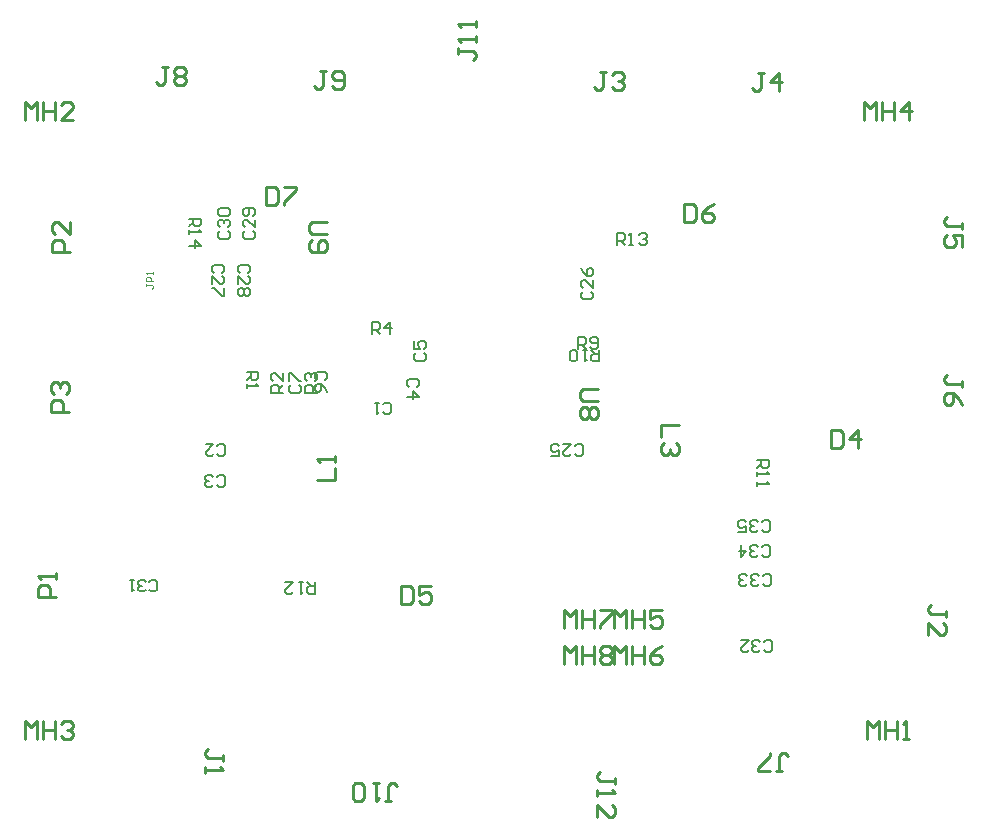
<source format=gbr>
%TF.GenerationSoftware,Altium Limited,Altium Designer,22.5.1 (42)*%
G04 Layer_Color=32768*
%FSLAX44Y44*%
%MOMM*%
%TF.SameCoordinates,01627914-4FCA-44A5-8146-F6A238B5A28C*%
%TF.FilePolarity,Positive*%
%TF.FileFunction,Other,Top_Designator*%
%TF.Part,Single*%
G01*
G75*
%TA.AperFunction,NonConductor*%
%ADD58C,0.2000*%
%ADD60C,0.1000*%
%ADD93C,0.2540*%
%ADD95C,0.1270*%
D58*
X250585Y-194331D02*
X252252Y-195997D01*
X255584D01*
X257250Y-194331D01*
Y-187666D01*
X255584Y-186000D01*
X252252D01*
X250585Y-187666D01*
X247253Y-194331D02*
X245587Y-195997D01*
X242255D01*
X240589Y-194331D01*
Y-192665D01*
X242255Y-190998D01*
X243921D01*
X242255D01*
X240589Y-189332D01*
Y-187666D01*
X242255Y-186000D01*
X245587D01*
X247253Y-187666D01*
X230592Y-186000D02*
X237256D01*
X230592Y-192665D01*
Y-194331D01*
X232258Y-195997D01*
X235590D01*
X237256Y-194331D01*
X249335Y-138331D02*
X251001Y-139997D01*
X254334D01*
X256000Y-138331D01*
Y-131666D01*
X254334Y-130000D01*
X251001D01*
X249335Y-131666D01*
X246003Y-138331D02*
X244337Y-139997D01*
X241005D01*
X239339Y-138331D01*
Y-136665D01*
X241005Y-134999D01*
X242671D01*
X241005D01*
X239339Y-133332D01*
Y-131666D01*
X241005Y-130000D01*
X244337D01*
X246003Y-131666D01*
X236006Y-138331D02*
X234340Y-139997D01*
X231008D01*
X229342Y-138331D01*
Y-136665D01*
X231008Y-134999D01*
X232674D01*
X231008D01*
X229342Y-133332D01*
Y-131666D01*
X231008Y-130000D01*
X234340D01*
X236006Y-131666D01*
X248835Y-113831D02*
X250501Y-115497D01*
X253834D01*
X255500Y-113831D01*
Y-107166D01*
X253834Y-105500D01*
X250501D01*
X248835Y-107166D01*
X245503Y-113831D02*
X243837Y-115497D01*
X240505D01*
X238839Y-113831D01*
Y-112165D01*
X240505Y-110499D01*
X242171D01*
X240505D01*
X238839Y-108832D01*
Y-107166D01*
X240505Y-105500D01*
X243837D01*
X245503Y-107166D01*
X230508Y-105500D02*
Y-115497D01*
X235506Y-110499D01*
X228842D01*
X-43669Y28335D02*
X-42003Y30001D01*
Y33334D01*
X-43669Y35000D01*
X-50334D01*
X-52000Y33334D01*
Y30001D01*
X-50334Y28335D01*
X-52000Y20005D02*
X-42003D01*
X-47002Y25003D01*
Y18339D01*
X-212915Y-54581D02*
X-211248Y-56247D01*
X-207916D01*
X-206250Y-54581D01*
Y-47916D01*
X-207916Y-46250D01*
X-211248D01*
X-212915Y-47916D01*
X-216247Y-54581D02*
X-217913Y-56247D01*
X-221245D01*
X-222911Y-54581D01*
Y-52915D01*
X-221245Y-51248D01*
X-219579D01*
X-221245D01*
X-222911Y-49582D01*
Y-47916D01*
X-221245Y-46250D01*
X-217913D01*
X-216247Y-47916D01*
X-212414Y-28081D02*
X-210748Y-29747D01*
X-207416D01*
X-205750Y-28081D01*
Y-21416D01*
X-207416Y-19750D01*
X-210748D01*
X-212414Y-21416D01*
X-222411Y-19750D02*
X-215747D01*
X-222411Y-26414D01*
Y-28081D01*
X-220745Y-29747D01*
X-217413D01*
X-215747Y-28081D01*
D60*
X-272999Y116001D02*
Y114002D01*
Y115001D01*
X-268001D01*
X-267001Y114002D01*
Y113002D01*
X-268001Y112002D01*
X-267001Y118000D02*
X-272999D01*
Y120999D01*
X-271999Y121999D01*
X-270000D01*
X-269000Y120999D01*
Y118000D01*
X-267001Y123998D02*
Y125998D01*
Y124998D01*
X-272999D01*
X-271999Y123998D01*
D93*
X-171506Y197847D02*
Y182612D01*
X-163888D01*
X-161349Y185152D01*
Y195308D01*
X-163888Y197847D01*
X-171506D01*
X-156271D02*
X-146114D01*
Y195308D01*
X-156271Y185152D01*
Y182612D01*
X418359Y162539D02*
Y167617D01*
Y165078D01*
X405664D01*
X403125Y167617D01*
Y170157D01*
X405664Y172696D01*
X418359Y147304D02*
Y157461D01*
X410742D01*
X413281Y152382D01*
Y149843D01*
X410742Y147304D01*
X405664D01*
X403125Y149843D01*
Y154922D01*
X405664Y157461D01*
X306994Y-7653D02*
Y-22887D01*
X314612D01*
X317151Y-20348D01*
Y-10192D01*
X314612Y-7653D01*
X306994D01*
X329847Y-22887D02*
Y-7653D01*
X322229Y-15270D01*
X332386D01*
X109525Y26710D02*
X96829D01*
X94290Y24171D01*
Y19092D01*
X96829Y16553D01*
X109525D01*
X106986Y11475D02*
X109525Y8936D01*
Y3857D01*
X106986Y1318D01*
X104447D01*
X101908Y3857D01*
X99368Y1318D01*
X96829D01*
X94290Y3857D01*
Y8936D01*
X96829Y11475D01*
X99368D01*
X101908Y8936D01*
X104447Y11475D01*
X106986D01*
X101908Y8936D02*
Y3857D01*
X178618Y-3804D02*
X163382D01*
Y-13961D01*
X176078Y-19039D02*
X178618Y-21579D01*
Y-26657D01*
X176078Y-29196D01*
X173539D01*
X171000Y-26657D01*
Y-24118D01*
Y-26657D01*
X168461Y-29196D01*
X165922D01*
X163382Y-26657D01*
Y-21579D01*
X165922Y-19039D01*
X182994Y183848D02*
Y168612D01*
X190612D01*
X193151Y171152D01*
Y181308D01*
X190612Y183848D01*
X182994D01*
X208386D02*
X203308Y181308D01*
X198229Y176230D01*
Y171152D01*
X200768Y168612D01*
X205847D01*
X208386Y171152D01*
Y173691D01*
X205847Y176230D01*
X198229D01*
X-119882Y168077D02*
X-132578D01*
X-135118Y165538D01*
Y160459D01*
X-132578Y157920D01*
X-119882D01*
X-132578Y152842D02*
X-135118Y150303D01*
Y145224D01*
X-132578Y142685D01*
X-122422D01*
X-119882Y145224D01*
Y150303D01*
X-122422Y152842D01*
X-124961D01*
X-127500Y150303D01*
Y142685D01*
X-128118Y-50157D02*
X-112882D01*
Y-40000D01*
Y-34922D02*
Y-29843D01*
Y-32383D01*
X-128118D01*
X-125578Y-34922D01*
X-57006Y-139653D02*
Y-154888D01*
X-49388D01*
X-46849Y-152348D01*
Y-142192D01*
X-49388Y-139653D01*
X-57006D01*
X-31614D02*
X-41771D01*
Y-147270D01*
X-36693Y-144731D01*
X-34153D01*
X-31614Y-147270D01*
Y-152348D01*
X-34153Y-154888D01*
X-39232D01*
X-41771Y-152348D01*
X-208022Y-288240D02*
Y-283162D01*
Y-285701D01*
X-220718D01*
X-223258Y-283162D01*
Y-280623D01*
X-220718Y-278083D01*
X-223258Y-293318D02*
Y-298397D01*
Y-295858D01*
X-208022D01*
X-210562Y-293318D01*
X-70113Y-321618D02*
X-65034D01*
X-67574D01*
Y-308922D01*
X-65034Y-306383D01*
X-62495D01*
X-59956Y-308922D01*
X-75191Y-306383D02*
X-80270D01*
X-77730D01*
Y-321618D01*
X-75191Y-319078D01*
X-87887D02*
X-90426Y-321618D01*
X-95505D01*
X-98044Y-319078D01*
Y-308922D01*
X-95505Y-306383D01*
X-90426D01*
X-87887Y-308922D01*
Y-319078D01*
X124618Y-307113D02*
Y-302034D01*
Y-304574D01*
X111922D01*
X109382Y-302034D01*
Y-299495D01*
X111922Y-296956D01*
X109382Y-312191D02*
Y-317270D01*
Y-314730D01*
X124618D01*
X122078Y-312191D01*
X109382Y-335044D02*
Y-324887D01*
X119539Y-335044D01*
X122078D01*
X124618Y-332505D01*
Y-327426D01*
X122078Y-324887D01*
X260539Y-296360D02*
X265618D01*
X263078D01*
Y-283664D01*
X265618Y-281124D01*
X268157D01*
X270696Y-283664D01*
X255461Y-296360D02*
X245304D01*
Y-293820D01*
X255461Y-283664D01*
Y-281124D01*
X404618Y-166461D02*
Y-161383D01*
Y-163922D01*
X391922D01*
X389383Y-161383D01*
Y-158843D01*
X391922Y-156304D01*
X389383Y-181696D02*
Y-171539D01*
X399539Y-181696D01*
X402078D01*
X404618Y-179157D01*
Y-174078D01*
X402078Y-171539D01*
X418359Y28939D02*
Y34018D01*
Y31478D01*
X405664D01*
X403125Y34018D01*
Y36557D01*
X405664Y39096D01*
X418359Y13704D02*
X415820Y18782D01*
X410742Y23861D01*
X405664D01*
X403125Y21322D01*
Y16243D01*
X405664Y13704D01*
X408203D01*
X410742Y16243D01*
Y23861D01*
X250461Y294359D02*
X245382D01*
X247922D01*
Y281664D01*
X245382Y279125D01*
X242843D01*
X240304Y281664D01*
X263157Y279125D02*
Y294359D01*
X255539Y286742D01*
X265696D01*
X116461Y295359D02*
X111383D01*
X113922D01*
Y282664D01*
X111383Y280124D01*
X108843D01*
X106304Y282664D01*
X121539Y292820D02*
X124078Y295359D01*
X129157D01*
X131696Y292820D01*
Y290281D01*
X129157Y287742D01*
X126617D01*
X129157D01*
X131696Y285203D01*
Y282664D01*
X129157Y280124D01*
X124078D01*
X121539Y282664D01*
X-8618Y315652D02*
Y310574D01*
Y313113D01*
X4078D01*
X6617Y310574D01*
Y308034D01*
X4078Y305495D01*
X6617Y320730D02*
Y325809D01*
Y323270D01*
X-8618D01*
X-6078Y320730D01*
X6617Y333426D02*
Y338505D01*
Y335965D01*
X-8618D01*
X-6078Y333426D01*
X-120539Y296360D02*
X-125618D01*
X-123078D01*
Y283664D01*
X-125618Y281124D01*
X-128157D01*
X-130696Y283664D01*
X-115461D02*
X-112922Y281124D01*
X-107843D01*
X-105304Y283664D01*
Y293820D01*
X-107843Y296360D01*
X-112922D01*
X-115461Y293820D01*
Y291281D01*
X-112922Y288742D01*
X-105304D01*
X-254539Y299359D02*
X-259618D01*
X-257078D01*
Y286664D01*
X-259618Y284125D01*
X-262157D01*
X-264696Y286664D01*
X-249461Y296820D02*
X-246922Y299359D01*
X-241843D01*
X-239304Y296820D01*
Y294281D01*
X-241843Y291742D01*
X-239304Y289203D01*
Y286664D01*
X-241843Y284125D01*
X-246922D01*
X-249461Y286664D01*
Y289203D01*
X-246922Y291742D01*
X-249461Y294281D01*
Y296820D01*
X-246922Y291742D02*
X-241843D01*
X-349383Y-148972D02*
X-364618D01*
Y-141354D01*
X-362078Y-138815D01*
X-357000D01*
X-354461Y-141354D01*
Y-148972D01*
X-349383Y-133737D02*
Y-128658D01*
Y-131198D01*
X-364618D01*
X-362078Y-133737D01*
X-337882Y7304D02*
X-353117D01*
Y14922D01*
X-350578Y17461D01*
X-345500D01*
X-342961Y14922D01*
Y7304D01*
X-350578Y22539D02*
X-353117Y25078D01*
Y30157D01*
X-350578Y32696D01*
X-348039D01*
X-345500Y30157D01*
Y27617D01*
Y30157D01*
X-342961Y32696D01*
X-340422D01*
X-337882Y30157D01*
Y25078D01*
X-340422Y22539D01*
X-337583Y142904D02*
X-352818D01*
Y150522D01*
X-350278Y153061D01*
X-345200D01*
X-342661Y150522D01*
Y142904D01*
X-337583Y168296D02*
Y158139D01*
X-347739Y168296D01*
X-350278D01*
X-352818Y165757D01*
Y160678D01*
X-350278Y158139D01*
X80687Y-205618D02*
Y-190382D01*
X85765Y-195461D01*
X90843Y-190382D01*
Y-205618D01*
X95922Y-190382D02*
Y-205618D01*
Y-198000D01*
X106078D01*
Y-190382D01*
Y-205618D01*
X111157Y-192922D02*
X113696Y-190382D01*
X118774D01*
X121313Y-192922D01*
Y-195461D01*
X118774Y-198000D01*
X121313Y-200539D01*
Y-203078D01*
X118774Y-205618D01*
X113696D01*
X111157Y-203078D01*
Y-200539D01*
X113696Y-198000D01*
X111157Y-195461D01*
Y-192922D01*
X113696Y-198000D02*
X118774D01*
X80687Y-175618D02*
Y-160382D01*
X85765Y-165461D01*
X90843Y-160382D01*
Y-175618D01*
X95922Y-160382D02*
Y-175618D01*
Y-168000D01*
X106078D01*
Y-160382D01*
Y-175618D01*
X111157Y-160382D02*
X121313D01*
Y-162922D01*
X111157Y-173078D01*
Y-175618D01*
X123687Y-205618D02*
Y-190382D01*
X128765Y-195461D01*
X133843Y-190382D01*
Y-205618D01*
X138922Y-190382D02*
Y-205618D01*
Y-198000D01*
X149078D01*
Y-190382D01*
Y-205618D01*
X164313Y-190382D02*
X159235Y-192922D01*
X154157Y-198000D01*
Y-203078D01*
X156696Y-205618D01*
X161774D01*
X164313Y-203078D01*
Y-200539D01*
X161774Y-198000D01*
X154157D01*
X123687Y-175618D02*
Y-160382D01*
X128765Y-165461D01*
X133843Y-160382D01*
Y-175618D01*
X138922Y-160382D02*
Y-175618D01*
Y-168000D01*
X149078D01*
Y-160382D01*
Y-175618D01*
X164313Y-160382D02*
X154157D01*
Y-168000D01*
X159235Y-165461D01*
X161774D01*
X164313Y-168000D01*
Y-173078D01*
X161774Y-175618D01*
X156696D01*
X154157Y-173078D01*
X334687Y254382D02*
Y269618D01*
X339765Y264539D01*
X344843Y269618D01*
Y254382D01*
X349922Y269618D02*
Y254382D01*
Y262000D01*
X360078D01*
Y269618D01*
Y254382D01*
X372774D02*
Y269618D01*
X365157Y262000D01*
X375313D01*
X-375313Y-269618D02*
Y-254382D01*
X-370235Y-259461D01*
X-365157Y-254382D01*
Y-269618D01*
X-360078Y-254382D02*
Y-269618D01*
Y-262000D01*
X-349922D01*
Y-254382D01*
Y-269618D01*
X-344843Y-256922D02*
X-342304Y-254382D01*
X-337226D01*
X-334687Y-256922D01*
Y-259461D01*
X-337226Y-262000D01*
X-339765D01*
X-337226D01*
X-334687Y-264539D01*
Y-267078D01*
X-337226Y-269618D01*
X-342304D01*
X-344843Y-267078D01*
X-375313Y254382D02*
Y269618D01*
X-370235Y264539D01*
X-365157Y269618D01*
Y254382D01*
X-360078Y269618D02*
Y254382D01*
Y262000D01*
X-349922D01*
Y269618D01*
Y254382D01*
X-334687D02*
X-344843D01*
X-334687Y264539D01*
Y267078D01*
X-337226Y269618D01*
X-342304D01*
X-344843Y267078D01*
X337226Y-269618D02*
Y-254382D01*
X342304Y-259461D01*
X347383Y-254382D01*
Y-269618D01*
X352461Y-254382D02*
Y-269618D01*
Y-262000D01*
X362618D01*
Y-254382D01*
Y-269618D01*
X367696D02*
X372774D01*
X370235D01*
Y-254382D01*
X367696Y-256922D01*
D95*
X248565Y-92101D02*
X250231Y-93767D01*
X253564D01*
X255230Y-92101D01*
Y-85436D01*
X253564Y-83770D01*
X250231D01*
X248565Y-85436D01*
X245233Y-92101D02*
X243567Y-93767D01*
X240235D01*
X238568Y-92101D01*
Y-90435D01*
X240235Y-88769D01*
X241901D01*
X240235D01*
X238568Y-87102D01*
Y-85436D01*
X240235Y-83770D01*
X243567D01*
X245233Y-85436D01*
X228572Y-93767D02*
X235236D01*
Y-88769D01*
X231904Y-90435D01*
X230238D01*
X228572Y-88769D01*
Y-85436D01*
X230238Y-83770D01*
X233570D01*
X235236Y-85436D01*
X244270Y-33270D02*
X254267D01*
Y-38268D01*
X252601Y-39934D01*
X249268D01*
X247602Y-38268D01*
Y-33270D01*
Y-36602D02*
X244270Y-39934D01*
Y-43267D02*
Y-46599D01*
Y-44933D01*
X254267D01*
X252601Y-43267D01*
X244270Y-51597D02*
Y-54930D01*
Y-53264D01*
X254267D01*
X252601Y-51597D01*
X90065Y-28101D02*
X91732Y-29767D01*
X95064D01*
X96730Y-28101D01*
Y-21436D01*
X95064Y-19770D01*
X91732D01*
X90065Y-21436D01*
X80069Y-19770D02*
X86733D01*
X80069Y-26435D01*
Y-28101D01*
X81735Y-29767D01*
X85067D01*
X86733Y-28101D01*
X70072Y-29767D02*
X76736D01*
Y-24768D01*
X73404Y-26435D01*
X71738D01*
X70072Y-24768D01*
Y-21436D01*
X71738Y-19770D01*
X75070D01*
X76736Y-21436D01*
X110730Y60230D02*
Y50233D01*
X105731D01*
X104065Y51899D01*
Y55231D01*
X105731Y56898D01*
X110730D01*
X107398D02*
X104065Y60230D01*
X100733D02*
X97401D01*
X99067D01*
Y50233D01*
X100733Y51899D01*
X92402D02*
X90736Y50233D01*
X87404D01*
X85738Y51899D01*
Y58564D01*
X87404Y60230D01*
X90736D01*
X92402Y58564D01*
Y51899D01*
X93270Y60770D02*
Y70767D01*
X98268D01*
X99935Y69101D01*
Y65768D01*
X98268Y64102D01*
X93270D01*
X96602D02*
X99935Y60770D01*
X103267Y62436D02*
X104933Y60770D01*
X108265D01*
X109931Y62436D01*
Y69101D01*
X108265Y70767D01*
X104933D01*
X103267Y69101D01*
Y67435D01*
X104933Y65768D01*
X109931D01*
X126270Y148770D02*
Y158767D01*
X131269D01*
X132935Y157101D01*
Y153769D01*
X131269Y152102D01*
X126270D01*
X129602D02*
X132935Y148770D01*
X136267D02*
X139599D01*
X137933D01*
Y158767D01*
X136267Y157101D01*
X144598D02*
X146264Y158767D01*
X149596D01*
X151262Y157101D01*
Y155435D01*
X149596Y153769D01*
X147930D01*
X149596D01*
X151262Y152102D01*
Y150436D01*
X149596Y148770D01*
X146264D01*
X144598Y150436D01*
X-189101Y160435D02*
X-190767Y158769D01*
Y155436D01*
X-189101Y153770D01*
X-182436D01*
X-180770Y155436D01*
Y158769D01*
X-182436Y160435D01*
X-180770Y170431D02*
Y163767D01*
X-187435Y170431D01*
X-189101D01*
X-190767Y168765D01*
Y165433D01*
X-189101Y163767D01*
X-182436Y173764D02*
X-180770Y175430D01*
Y178762D01*
X-182436Y180428D01*
X-189101D01*
X-190767Y178762D01*
Y175430D01*
X-189101Y173764D01*
X-187435D01*
X-185769Y175430D01*
Y180428D01*
X-210101Y160435D02*
X-211767Y158769D01*
Y155436D01*
X-210101Y153770D01*
X-203436D01*
X-201770Y155436D01*
Y158769D01*
X-203436Y160435D01*
X-210101Y163767D02*
X-211767Y165433D01*
Y168765D01*
X-210101Y170431D01*
X-208435D01*
X-206768Y168765D01*
Y167099D01*
Y168765D01*
X-205102Y170431D01*
X-203436D01*
X-201770Y168765D01*
Y165433D01*
X-203436Y163767D01*
X-210101Y173764D02*
X-211767Y175430D01*
Y178762D01*
X-210101Y180428D01*
X-203436D01*
X-201770Y178762D01*
Y175430D01*
X-203436Y173764D01*
X-210101D01*
X-186899Y125565D02*
X-185233Y127232D01*
Y130564D01*
X-186899Y132230D01*
X-193564D01*
X-195230Y130564D01*
Y127232D01*
X-193564Y125565D01*
X-195230Y115569D02*
Y122233D01*
X-188565Y115569D01*
X-186899D01*
X-185233Y117235D01*
Y120567D01*
X-186899Y122233D01*
Y112236D02*
X-185233Y110570D01*
Y107238D01*
X-186899Y105572D01*
X-188565D01*
X-190231Y107238D01*
X-191898Y105572D01*
X-193564D01*
X-195230Y107238D01*
Y110570D01*
X-193564Y112236D01*
X-191898D01*
X-190231Y110570D01*
X-188565Y112236D01*
X-186899D01*
X-190231Y110570D02*
Y107238D01*
X-208899Y125565D02*
X-207233Y127232D01*
Y130564D01*
X-208899Y132230D01*
X-215564D01*
X-217230Y130564D01*
Y127232D01*
X-215564Y125565D01*
X-217230Y115569D02*
Y122233D01*
X-210565Y115569D01*
X-208899D01*
X-207233Y117235D01*
Y120567D01*
X-208899Y122233D01*
X-207233Y112236D02*
Y105572D01*
X-208899D01*
X-215564Y112236D01*
X-217230D01*
X-236230Y171230D02*
X-226233D01*
Y166231D01*
X-227899Y164565D01*
X-231231D01*
X-232898Y166231D01*
Y171230D01*
Y167898D02*
X-236230Y164565D01*
Y161233D02*
Y157901D01*
Y159567D01*
X-226233D01*
X-227899Y161233D01*
X-236230Y147904D02*
X-226233D01*
X-231231Y152902D01*
Y146238D01*
X-81480Y73520D02*
Y83517D01*
X-76482D01*
X-74816Y81851D01*
Y78518D01*
X-76482Y76852D01*
X-81480D01*
X-78148D02*
X-74816Y73520D01*
X-66485D02*
Y83517D01*
X-71483Y78518D01*
X-64819D01*
X-72185Y7149D02*
X-70518Y5483D01*
X-67186D01*
X-65520Y7149D01*
Y13814D01*
X-67186Y15480D01*
X-70518D01*
X-72185Y13814D01*
X-75517Y15480D02*
X-78849D01*
X-77183D01*
Y5483D01*
X-75517Y7149D01*
X-269935Y-142851D02*
X-268269Y-144517D01*
X-264936D01*
X-263270Y-142851D01*
Y-136186D01*
X-264936Y-134520D01*
X-268269D01*
X-269935Y-136186D01*
X-273267Y-142851D02*
X-274933Y-144517D01*
X-278265D01*
X-279931Y-142851D01*
Y-141185D01*
X-278265Y-139518D01*
X-276599D01*
X-278265D01*
X-279931Y-137852D01*
Y-136186D01*
X-278265Y-134520D01*
X-274933D01*
X-273267Y-136186D01*
X-283264Y-134520D02*
X-286596D01*
X-284930D01*
Y-144517D01*
X-283264Y-142851D01*
X-130020Y-136270D02*
Y-146267D01*
X-135018D01*
X-136685Y-144601D01*
Y-141269D01*
X-135018Y-139602D01*
X-130020D01*
X-133352D02*
X-136685Y-136270D01*
X-140017D02*
X-143349D01*
X-141683D01*
Y-146267D01*
X-140017Y-144601D01*
X-155012Y-136270D02*
X-148348D01*
X-155012Y-142935D01*
Y-144601D01*
X-153346Y-146267D01*
X-150014D01*
X-148348Y-144601D01*
X-128020Y23770D02*
X-138017D01*
Y28768D01*
X-136351Y30435D01*
X-133018D01*
X-131352Y28768D01*
Y23770D01*
Y27102D02*
X-128020Y30435D01*
X-136351Y33767D02*
X-138017Y35433D01*
Y38765D01*
X-136351Y40431D01*
X-134684D01*
X-133018Y38765D01*
Y37099D01*
Y38765D01*
X-131352Y40431D01*
X-129686D01*
X-128020Y38765D01*
Y35433D01*
X-129686Y33767D01*
X97399Y109434D02*
X95733Y107768D01*
Y104436D01*
X97399Y102770D01*
X104064D01*
X105730Y104436D01*
Y107768D01*
X104064Y109434D01*
X105730Y119431D02*
Y112767D01*
X99066Y119431D01*
X97399D01*
X95733Y117765D01*
Y114433D01*
X97399Y112767D01*
X95733Y129428D02*
X97399Y126096D01*
X100732Y122764D01*
X104064D01*
X105730Y124430D01*
Y127762D01*
X104064Y129428D01*
X102398D01*
X100732Y127762D01*
Y122764D01*
X-156770Y23770D02*
X-166767D01*
Y28768D01*
X-165101Y30435D01*
X-161768D01*
X-160102Y28768D01*
Y23770D01*
Y27102D02*
X-156770Y30435D01*
Y40431D02*
Y33767D01*
X-163435Y40431D01*
X-165101D01*
X-166767Y38765D01*
Y35433D01*
X-165101Y33767D01*
X-150351Y30185D02*
X-152017Y28518D01*
Y25186D01*
X-150351Y23520D01*
X-143686D01*
X-142020Y25186D01*
Y28518D01*
X-143686Y30185D01*
X-152017Y33517D02*
Y40181D01*
X-150351D01*
X-143686Y33517D01*
X-142020D01*
X-121149Y34565D02*
X-119483Y36232D01*
Y39564D01*
X-121149Y41230D01*
X-127814D01*
X-129480Y39564D01*
Y36232D01*
X-127814Y34565D01*
X-119483Y24569D02*
X-121149Y27901D01*
X-124482Y31233D01*
X-127814D01*
X-129480Y29567D01*
Y26235D01*
X-127814Y24569D01*
X-126148D01*
X-124482Y26235D01*
Y31233D01*
X-44101Y57185D02*
X-45767Y55518D01*
Y52186D01*
X-44101Y50520D01*
X-37436D01*
X-35770Y52186D01*
Y55518D01*
X-37436Y57185D01*
X-45767Y67181D02*
Y60517D01*
X-40768D01*
X-42435Y63849D01*
Y65515D01*
X-40768Y67181D01*
X-37436D01*
X-35770Y65515D01*
Y62183D01*
X-37436Y60517D01*
X-187730Y40980D02*
X-177733D01*
Y35982D01*
X-179399Y34316D01*
X-182731D01*
X-184398Y35982D01*
Y40980D01*
Y37648D02*
X-187730Y34316D01*
Y30983D02*
Y27651D01*
Y29317D01*
X-177733D01*
X-179399Y30983D01*
%TF.MD5,dd252cbf023751f70974f67f82c5a54a*%
M02*

</source>
